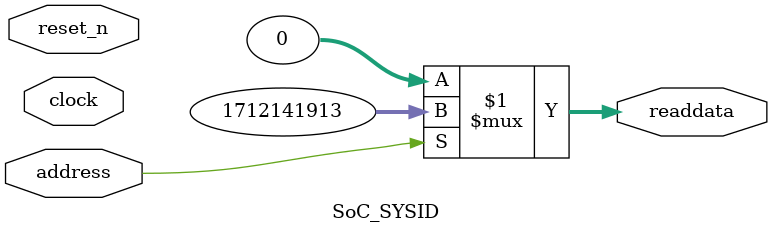
<source format=v>

`timescale 1ns / 1ps
// synthesis translate_on

// turn off superfluous verilog processor warnings 
// altera message_level Level1 
// altera message_off 10034 10035 10036 10037 10230 10240 10030 

module SoC_SYSID (
               // inputs:
                address,
                clock,
                reset_n,

               // outputs:
                readdata
             )
;

  output  [ 31: 0] readdata;
  input            address;
  input            clock;
  input            reset_n;

  wire    [ 31: 0] readdata;
  //control_slave, which is an e_avalon_slave
  assign readdata = address ? 1712141913 : 0;

endmodule




</source>
